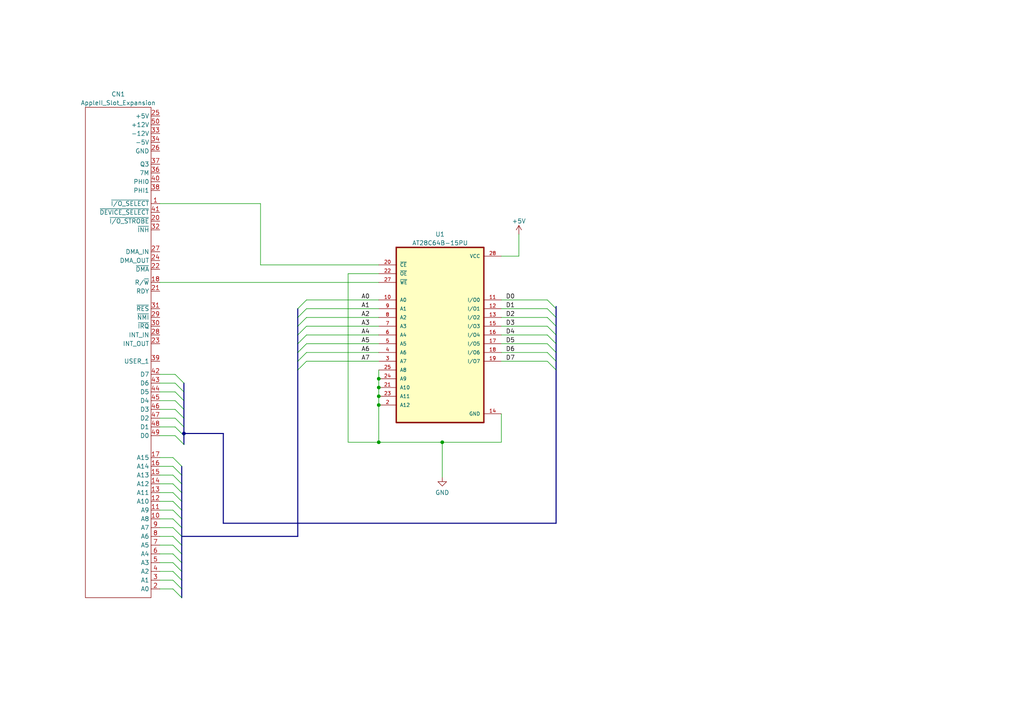
<source format=kicad_sch>
(kicad_sch (version 20231120) (generator "eeschema") (generator_version "8.0")
  (paper "A4")
  (lib_symbols
    (symbol "HomeComputerGroup_CONNECTOR_EDGE:AppleII_Slot_Expansion"
      (property "Reference" "CN" (at -2.54 0 0))
      (property "Value" "AppleII_Slot_Expansion" (at 0 91.44 0))
      (symbol "AppleII_Slot_Expansion_0_1"
        (rectangle (start -10.16 90.17) (end 8.89 -52.07))
      )
      (symbol "AppleII_Slot_Expansion_1_1"
        (pin output line (at 11.43 62.23 180) (length 2.54) (name "~{I/O_SELECT}") (number "1"))
        (pin output line (at 11.43 -29.21 180) (length 2.54) (name "A8") (number "10"))
        (pin output line (at 11.43 -26.67 180) (length 2.54) (name "A9") (number "11"))
        (pin output line (at 11.43 -24.13 180) (length 2.54) (name "A10") (number "12"))
        (pin output line (at 11.43 -21.59 180) (length 2.54) (name "A11") (number "13"))
        (pin output line (at 11.43 -19.05 180) (length 2.54) (name "A12") (number "14"))
        (pin output line (at 11.43 -16.51 180) (length 2.54) (name "A13") (number "15"))
        (pin output line (at 11.43 -13.97 180) (length 2.54) (name "A14") (number "16"))
        (pin output line (at 11.43 -11.43 180) (length 2.54) (name "A15") (number "17"))
        (pin output line (at 11.43 39.37 180) (length 2.54) (name "R/~{W}") (number "18"))
        (pin output line (at 11.43 -49.53 180) (length 2.54) (name "A0") (number "2"))
        (pin output line (at 11.43 57.15 180) (length 2.54) (name "~{I/O_STROBE}") (number "20"))
        (pin output line (at 11.43 36.83 180) (length 2.54) (name "RDY") (number "21"))
        (pin input line (at 11.43 43.18 180) (length 2.54) (name "~{DMA}") (number "22"))
        (pin output line (at 11.43 21.59 180) (length 2.54) (name "INT_OUT") (number "23"))
        (pin input line (at 11.43 45.72 180) (length 2.54) (name "DMA_OUT") (number "24"))
        (pin power_in line (at 11.43 87.63 180) (length 2.54) (name "+5V") (number "25"))
        (pin power_in line (at 11.43 77.47 180) (length 2.54) (name "GND") (number "26"))
        (pin input line (at 11.43 48.26 180) (length 2.54) (name "DMA_IN") (number "27"))
        (pin output line (at 11.43 24.13 180) (length 2.54) (name "INT_IN") (number "28"))
        (pin input line (at 11.43 29.21 180) (length 2.54) (name "~{NMI}") (number "29"))
        (pin output line (at 11.43 -46.99 180) (length 2.54) (name "A1") (number "3"))
        (pin input line (at 11.43 26.67 180) (length 2.54) (name "~{IRQ}") (number "30"))
        (pin input line (at 11.43 31.75 180) (length 2.54) (name "~{RES}") (number "31"))
        (pin input line (at 11.43 54.61 180) (length 2.54) (name "~{INH}") (number "32"))
        (pin power_in line (at 11.43 82.55 180) (length 2.54) (name "-12V") (number "33"))
        (pin power_in line (at 11.43 80.01 180) (length 2.54) (name "-5V") (number "34"))
        (pin output line (at 11.43 71.12 180) (length 2.54) (name "7M") (number "36"))
        (pin output line (at 11.43 73.66 180) (length 2.54) (name "Q3") (number "37"))
        (pin output line (at 11.43 66.04 180) (length 2.54) (name "PHI1") (number "38"))
        (pin output line (at 11.43 16.51 180) (length 2.54) (name "USER_1") (number "39"))
        (pin output line (at 11.43 -44.45 180) (length 2.54) (name "A2") (number "4"))
        (pin output line (at 11.43 68.58 180) (length 2.54) (name "PHI0") (number "40"))
        (pin output line (at 11.43 59.69 180) (length 2.54) (name "~{DEVICE_SELECT}") (number "41"))
        (pin bidirectional line (at 11.43 12.7 180) (length 2.54) (name "D7") (number "42"))
        (pin bidirectional line (at 11.43 10.16 180) (length 2.54) (name "D6") (number "43"))
        (pin bidirectional line (at 11.43 7.62 180) (length 2.54) (name "D5") (number "44"))
        (pin bidirectional line (at 11.43 5.08 180) (length 2.54) (name "D4") (number "45"))
        (pin bidirectional line (at 11.43 2.54 180) (length 2.54) (name "D3") (number "46"))
        (pin bidirectional line (at 11.43 0 180) (length 2.54) (name "D2") (number "47"))
        (pin bidirectional line (at 11.43 -2.54 180) (length 2.54) (name "D1") (number "48"))
        (pin bidirectional line (at 11.43 -5.08 180) (length 2.54) (name "D0") (number "49"))
        (pin output line (at 11.43 -41.91 180) (length 2.54) (name "A3") (number "5"))
        (pin power_in line (at 11.43 85.09 180) (length 2.54) (name "+12V") (number "50"))
        (pin output line (at 11.43 -39.37 180) (length 2.54) (name "A4") (number "6"))
        (pin output line (at 11.43 -36.83 180) (length 2.54) (name "A5") (number "7"))
        (pin output line (at 11.43 -34.29 180) (length 2.54) (name "A6") (number "8"))
        (pin output line (at 11.43 -31.75 180) (length 2.54) (name "A7") (number "9"))
      )
    )
    (symbol "Memory_EEPROM:AT28C64B-15PU" (pin_names (offset 1.016))
      (property "Reference" "U" (at -12.7 26.4 0))
      (property "Value" "AT28C64B-15PU" (at -12.7 -29.4 0))
      (symbol "AT28C64B-15PU_0_0"
        (rectangle (start -12.7 25.4) (end 12.7 -25.4) (stroke (width 0.41)) (fill (type background)))
        (pin input line (at -17.78 10.16 0) (length 5.08) (name "A0") (number "10"))
        (pin bidirectional line (at 17.78 10.16 180) (length 5.08) (name "I/O0") (number "11"))
        (pin bidirectional line (at 17.78 7.62 180) (length 5.08) (name "I/O1") (number "12"))
        (pin bidirectional line (at 17.78 5.08 180) (length 5.08) (name "I/O2") (number "13"))
        (pin power_in line (at 17.78 -22.86 180) (length 5.08) (name "GND") (number "14"))
        (pin bidirectional line (at 17.78 2.54 180) (length 5.08) (name "I/O3") (number "15"))
        (pin bidirectional line (at 17.78 0 180) (length 5.08) (name "I/O4") (number "16"))
        (pin bidirectional line (at 17.78 -2.54 180) (length 5.08) (name "I/O5") (number "17"))
        (pin bidirectional line (at 17.78 -5.08 180) (length 5.08) (name "I/O6") (number "18"))
        (pin bidirectional line (at 17.78 -7.62 180) (length 5.08) (name "I/O7") (number "19"))
        (pin input line (at -17.78 -20.32 0) (length 5.08) (name "A12") (number "2"))
        (pin input line (at -17.78 20.32 0) (length 5.08) (name "~{CE}") (number "20"))
        (pin input line (at -17.78 -15.24 0) (length 5.08) (name "A10") (number "21"))
        (pin input line (at -17.78 17.78 0) (length 5.08) (name "~{OE}") (number "22"))
        (pin input line (at -17.78 -17.78 0) (length 5.08) (name "A11") (number "23"))
        (pin input line (at -17.78 -12.7 0) (length 5.08) (name "A9") (number "24"))
        (pin input line (at -17.78 -10.16 0) (length 5.08) (name "A8") (number "25"))
        (pin input line (at -17.78 15.24 0) (length 5.08) (name "~{WE}") (number "27"))
        (pin power_in line (at 17.78 22.86 180) (length 5.08) (name "VCC") (number "28"))
        (pin input line (at -17.78 -7.62 0) (length 5.08) (name "A7") (number "3"))
        (pin input line (at -17.78 -5.08 0) (length 5.08) (name "A6") (number "4"))
        (pin input line (at -17.78 -2.54 0) (length 5.08) (name "A5") (number "5"))
        (pin input line (at -17.78 0 0) (length 5.08) (name "A4") (number "6"))
        (pin input line (at -17.78 2.54 0) (length 5.08) (name "A3") (number "7"))
        (pin input line (at -17.78 5.08 0) (length 5.08) (name "A2") (number "8"))
        (pin input line (at -17.78 7.62 0) (length 5.08) (name "A1") (number "9"))
      )
    )
    (symbol "power:+5V" (power) (pin_names (offset 0))
      (property "Value" "+5V" (at 0 3.556 0))
      (symbol "+5V_0_1"
        (polyline (pts (xy -0.762 1.27) (xy 0 2.54)))
        (polyline (pts (xy 0 0) (xy 0 2.54)))
        (polyline (pts (xy 0 2.54) (xy 0.762 1.27)))
      )
      (symbol "+5V_1_1"
        (pin power_in line (at 0 0 90) (length 0) hide (name "+5V") (number "1"))
      )
    )
    (symbol "power:GND" (power) (pin_names (offset 0))
      (property "Value" "GND" (at 0 -3.81 0))
      (symbol "GND_0_1"
        (polyline (pts (xy 0 0) (xy 0 -1.27) (xy 1.27 -1.27) (xy 0 -2.54) (xy -1.27 -1.27) (xy 0 -1.27)))
      )
      (symbol "GND_1_1"
        (pin power_in line (at 0 0 270) (length 0) hide (name "GND") (number "1"))
      )
    )
  )
  (junction (at 109.855 117.475))
  (junction (at 128.27 128.27))
  (junction (at 109.855 109.855))
  (junction (at 109.855 128.27))
  (junction (at 109.855 114.935))
  (junction (at 109.855 112.395))
  (junction (at 53.34 125.73))
  (bus_entry (at 53.34 121.285) (size -2.54 -2.54))
  (bus_entry (at 50.165 147.955) (size 2.54 2.54))
  (bus_entry (at 50.165 168.275) (size 2.54 2.54))
  (bus_entry (at 86.36 94.615) (size 2.54 -2.54))
  (bus_entry (at 53.34 118.745) (size -2.54 -2.54))
  (bus_entry (at 86.36 99.695) (size 2.54 -2.54))
  (bus_entry (at 50.165 135.255) (size 2.54 2.54))
  (bus_entry (at 86.36 102.235) (size 2.54 -2.54))
  (bus_entry (at 86.36 89.535) (size 2.54 -2.54))
  (bus_entry (at 158.75 97.155) (size 2.54 2.54))
  (bus_entry (at 53.34 123.825) (size -2.54 -2.54))
  (bus_entry (at 50.165 165.735) (size 2.54 2.54))
  (bus_entry (at 53.34 128.905) (size -2.54 -2.54))
  (bus_entry (at 86.36 104.775) (size 2.54 -2.54))
  (bus_entry (at 158.75 92.075) (size 2.54 2.54))
  (bus_entry (at 158.75 89.535) (size 2.54 2.54))
  (bus_entry (at 86.36 97.155) (size 2.54 -2.54))
  (bus_entry (at 50.165 160.655) (size 2.54 2.54))
  (bus_entry (at 53.34 126.365) (size -2.54 -2.54))
  (bus_entry (at 86.36 92.075) (size 2.54 -2.54))
  (bus_entry (at 86.36 107.315) (size 2.54 -2.54))
  (bus_entry (at 50.165 170.815) (size 2.54 2.54))
  (bus_entry (at 50.165 150.495) (size 2.54 2.54))
  (bus_entry (at 158.75 86.995) (size 2.54 2.54))
  (bus_entry (at 50.165 155.575) (size 2.54 2.54))
  (bus_entry (at 53.34 113.665) (size -2.54 -2.54))
  (bus_entry (at 158.75 94.615) (size 2.54 2.54))
  (bus_entry (at 53.34 111.125) (size -2.54 -2.54))
  (bus_entry (at 50.165 140.335) (size 2.54 2.54))
  (bus_entry (at 50.165 158.115) (size 2.54 2.54))
  (bus_entry (at 50.165 137.795) (size 2.54 2.54))
  (bus_entry (at 158.75 104.775) (size 2.54 2.54))
  (bus_entry (at 158.75 99.695) (size 2.54 2.54))
  (bus_entry (at 50.165 163.195) (size 2.54 2.54))
  (bus_entry (at 50.165 145.415) (size 2.54 2.54))
  (bus_entry (at 50.165 153.035) (size 2.54 2.54))
  (bus_entry (at 50.165 132.715) (size 2.54 2.54))
  (bus_entry (at 158.75 102.235) (size 2.54 2.54))
  (bus_entry (at 53.34 116.205) (size -2.54 -2.54))
  (bus_entry (at 50.165 142.875) (size 2.54 2.54))
  (bus (pts (xy 161.29 88.9) (xy 161.29 89.535)))
  (bus (pts (xy 52.705 160.655) (xy 52.705 163.195)))
  (wire (pts (xy 46.355 168.275) (xy 50.165 168.275)))
  (wire (pts (xy 145.415 128.27) (xy 128.27 128.27)))
  (wire (pts (xy 109.855 128.27) (xy 128.27 128.27)))
  (bus (pts (xy 161.29 104.775) (xy 161.29 107.315)))
  (bus (pts (xy 86.36 107.315) (xy 86.36 155.575)))
  (bus (pts (xy 53.34 121.285) (xy 53.34 123.825)))
  (bus (pts (xy 64.77 125.73) (xy 53.34 125.73)))
  (bus (pts (xy 53.34 113.665) (xy 53.34 116.205)))
  (wire (pts (xy 150.495 74.295) (xy 145.415 74.295)))
  (wire (pts (xy 46.355 121.285) (xy 50.8 121.285)))
  (bus (pts (xy 53.34 116.205) (xy 53.34 118.745)))
  (bus (pts (xy 52.705 158.115) (xy 52.705 160.655)))
  (wire (pts (xy 46.355 170.815) (xy 50.165 170.815)))
  (wire (pts (xy 46.355 147.955) (xy 50.165 147.955)))
  (bus (pts (xy 53.34 118.745) (xy 53.34 121.285)))
  (bus (pts (xy 161.29 97.155) (xy 161.29 99.695)))
  (wire (pts (xy 46.355 155.575) (xy 50.165 155.575)))
  (wire (pts (xy 46.355 81.915) (xy 109.855 81.915)))
  (bus (pts (xy 52.705 163.195) (xy 52.705 165.735)))
  (wire (pts (xy 46.355 137.795) (xy 50.165 137.795)))
  (wire (pts (xy 46.355 153.035) (xy 50.165 153.035)))
  (bus (pts (xy 161.29 102.235) (xy 161.29 104.775)))
  (wire (pts (xy 46.355 135.255) (xy 50.165 135.255)))
  (wire (pts (xy 88.9 99.695) (xy 109.855 99.695)))
  (bus (pts (xy 64.77 151.765) (xy 64.77 125.73)))
  (wire (pts (xy 88.9 104.775) (xy 109.855 104.775)))
  (wire (pts (xy 145.415 120.015) (xy 145.415 128.27)))
  (wire (pts (xy 75.565 59.055) (xy 75.565 76.835)))
  (bus (pts (xy 161.29 151.765) (xy 64.77 151.765)))
  (wire (pts (xy 46.355 126.365) (xy 50.8 126.365)))
  (wire (pts (xy 109.855 114.935) (xy 109.855 117.475)))
  (wire (pts (xy 46.355 123.825) (xy 50.8 123.825)))
  (bus (pts (xy 53.34 125.73) (xy 53.34 126.365)))
  (bus (pts (xy 161.29 89.535) (xy 161.29 92.075)))
  (wire (pts (xy 46.355 158.115) (xy 50.165 158.115)))
  (wire (pts (xy 145.415 86.995) (xy 158.75 86.995)))
  (wire (pts (xy 46.355 160.655) (xy 50.165 160.655)))
  (wire (pts (xy 46.355 142.875) (xy 50.165 142.875)))
  (bus (pts (xy 53.34 126.365) (xy 53.34 128.905)))
  (wire (pts (xy 109.855 117.475) (xy 109.855 128.27)))
  (wire (pts (xy 88.9 92.075) (xy 109.855 92.075)))
  (wire (pts (xy 145.415 102.235) (xy 158.75 102.235)))
  (bus (pts (xy 52.705 140.335) (xy 52.705 142.875)))
  (wire (pts (xy 75.565 76.835) (xy 109.855 76.835)))
  (wire (pts (xy 46.355 118.745) (xy 50.8 118.745)))
  (wire (pts (xy 46.355 132.715) (xy 50.165 132.715)))
  (wire (pts (xy 109.855 79.375) (xy 100.965 79.375)))
  (bus (pts (xy 86.36 92.075) (xy 86.36 94.615)))
  (wire (pts (xy 46.355 163.195) (xy 50.165 163.195)))
  (bus (pts (xy 161.29 94.615) (xy 161.29 97.155)))
  (wire (pts (xy 145.415 92.075) (xy 158.75 92.075)))
  (bus (pts (xy 52.705 150.495) (xy 52.705 153.035)))
  (bus (pts (xy 53.34 123.825) (xy 53.34 125.73)))
  (wire (pts (xy 109.855 107.315) (xy 109.855 109.855)))
  (wire (pts (xy 88.9 86.995) (xy 109.855 86.995)))
  (bus (pts (xy 86.36 102.235) (xy 86.36 104.775)))
  (wire (pts (xy 88.9 94.615) (xy 109.855 94.615)))
  (bus (pts (xy 161.29 107.315) (xy 161.29 151.765)))
  (wire (pts (xy 145.415 94.615) (xy 158.75 94.615)))
  (wire (pts (xy 100.965 128.27) (xy 109.855 128.27)))
  (wire (pts (xy 150.495 67.945) (xy 150.495 74.295)))
  (wire (pts (xy 88.9 102.235) (xy 109.855 102.235)))
  (wire (pts (xy 46.355 111.125) (xy 50.8 111.125)))
  (wire (pts (xy 46.355 165.735) (xy 50.165 165.735)))
  (bus (pts (xy 52.705 147.955) (xy 52.705 150.495)))
  (bus (pts (xy 52.705 155.575) (xy 86.36 155.575)))
  (wire (pts (xy 145.415 104.775) (xy 158.75 104.775)))
  (wire (pts (xy 100.965 79.375) (xy 100.965 128.27)))
  (bus (pts (xy 52.705 137.795) (xy 52.705 140.335)))
  (bus (pts (xy 52.705 165.735) (xy 52.705 168.275)))
  (bus (pts (xy 52.705 155.575) (xy 52.705 158.115)))
  (wire (pts (xy 128.27 128.27) (xy 128.27 138.43)))
  (bus (pts (xy 86.36 97.155) (xy 86.36 99.695)))
  (bus (pts (xy 161.29 92.075) (xy 161.29 94.615)))
  (bus (pts (xy 52.705 135.255) (xy 52.705 137.795)))
  (wire (pts (xy 46.355 145.415) (xy 50.165 145.415)))
  (bus (pts (xy 53.34 111.125) (xy 53.34 113.665)))
  (bus (pts (xy 52.705 168.275) (xy 52.705 170.815)))
  (wire (pts (xy 145.415 89.535) (xy 158.75 89.535)))
  (bus (pts (xy 86.36 94.615) (xy 86.36 97.155)))
  (bus (pts (xy 86.36 104.775) (xy 86.36 107.315)))
  (wire (pts (xy 109.855 112.395) (xy 109.855 114.935)))
  (wire (pts (xy 46.355 59.055) (xy 75.565 59.055)))
  (wire (pts (xy 88.9 89.535) (xy 109.855 89.535)))
  (wire (pts (xy 145.415 99.695) (xy 158.75 99.695)))
  (bus (pts (xy 52.705 153.035) (xy 52.705 155.575)))
  (wire (pts (xy 88.9 97.155) (xy 109.855 97.155)))
  (bus (pts (xy 52.705 145.415) (xy 52.705 147.955)))
  (wire (pts (xy 46.355 113.665) (xy 50.8 113.665)))
  (bus (pts (xy 86.36 89.535) (xy 86.36 92.075)))
  (bus (pts (xy 52.705 170.815) (xy 52.705 173.355)))
  (wire (pts (xy 46.355 140.335) (xy 50.165 140.335)))
  (wire (pts (xy 46.355 150.495) (xy 50.165 150.495)))
  (bus (pts (xy 52.705 142.875) (xy 52.705 145.415)))
  (wire (pts (xy 145.415 97.155) (xy 158.75 97.155)))
  (wire (pts (xy 46.355 116.205) (xy 50.8 116.205)))
  (wire (pts (xy 109.855 109.855) (xy 109.855 112.395)))
  (bus (pts (xy 161.29 99.695) (xy 161.29 102.235)))
  (bus (pts (xy 86.36 99.695) (xy 86.36 102.235)))
  (wire (pts (xy 46.355 108.585) (xy 50.8 108.585)))
  (label "A2" (at 104.775 92.075 0))
  (label "D1" (at 146.685 89.535 0))
  (label "A5" (at 104.775 99.695 0))
  (label "D5" (at 146.685 99.695 0))
  (label "A1" (at 104.775 89.535 0))
  (label "D4" (at 146.685 97.155 0))
  (label "A6" (at 104.775 102.235 0))
  (label "A7" (at 104.775 104.775 0))
  (label "A4" (at 104.775 97.155 0))
  (label "D7" (at 146.685 104.775 0))
  (label "A0" (at 104.775 86.995 0))
  (label "D2" (at 146.685 92.075 0))
  (label "D0" (at 146.685 86.995 0))
  (label "D3" (at 146.685 94.615 0))
  (label "A3" (at 104.775 94.615 0))
  (label "D6" (at 146.685 102.235 0))
  (symbol (lib_id "power:GND") (at 128.27 138.43 0) (unit 1)
    (property "Reference" "#PWR02" (effects (hide yes)))
    (property "Value" "GND" (at 128.27 142.875 0))
  )
  (symbol (lib_id "HomeComputerGroup_CONNECTOR_EDGE:AppleII_Slot_Expansion") (at 34.925 121.285 0) (unit 1)
    (property "Reference" "CN1" (at 34.29 27.305 0))
    (property "Value" "AppleII_Slot_Expansion" (at 34.29 29.845 0))
    (property "Footprint" "Library:HCG_APPLE2_slot_expansion" (effects (hide yes)))
  )
  (symbol (lib_id "power:+5V") (at 150.495 67.945 0) (unit 1)
    (property "Reference" "#PWR01" (effects (hide yes)))
    (property "Value" "+5V" (at 150.495 64.135 0))
  )
  (symbol (lib_id "Memory_EEPROM:AT28C64B-15PU") (at 127.635 97.155 0) (unit 1)
    (property "Reference" "U1" (at 127.635 67.945 0))
    (property "Value" "AT28C64B-15PU" (at 127.635 70.485 0))
    (property "Footprint" "New_Library_footprint:DIP1555W45P254L3733H482Q28" (effects (hide yes)))
    (property "Description" "\nAT28C64B-15PU Parallel EEPROM Memory, 64kbit, 150ns, 4.5 to 5.5 V 28-Pin PDIP | Microchip Technology Inc. AT28C64B-15PU\n" (effects (hide yes)))
    (property "Check_prices" "https://www.snapeda.com/parts/AT28C64B-15PU/Microchip/view-part/?ref=eda" (effects (hide yes)))
    (property "PARTREV" "B" (effects (hide yes)))
    (property "SnapEDA_Link" "https://www.snapeda.com/parts/AT28C64B-15PU/Microchip/view-part/?ref=snap" (effects (hide yes)))
    (property "MP" "AT28C64B-15PU" (effects (hide yes)))
    (property "Purchase-URL" "https://www.snapeda.com/api/url_track_click_mouser/?unipart_id=290407&manufacturer=Microchip&part_name=AT28C64B-15PU&search_term=None" (effects (hide yes)))
    (property "MANUFACTURER" "Microchip Technology" (effects (hide yes)))
  )
)
</source>
